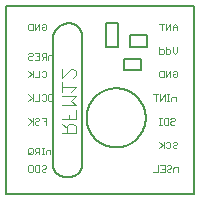
<source format=gbr>
G04 EAGLE Gerber RS-274X export*
G75*
%MOMM*%
%FSLAX34Y34*%
%LPD*%
%INSilkscreen Bottom*%
%IPPOS*%
%AMOC8*
5,1,8,0,0,1.08239X$1,22.5*%
G01*
%ADD10C,0.127000*%
%ADD11C,0.101600*%
%ADD12C,0.050800*%


D10*
X504032Y383014D02*
X664032Y383014D01*
X664032Y543014D01*
X504032Y543014D01*
X504032Y383014D01*
X544032Y409194D02*
X544035Y408924D01*
X544045Y408654D01*
X544061Y408384D01*
X544084Y408115D01*
X544114Y407846D01*
X544149Y407579D01*
X544192Y407312D01*
X544240Y407046D01*
X544295Y406782D01*
X544357Y406518D01*
X544425Y406257D01*
X544499Y405997D01*
X544579Y405739D01*
X544666Y405483D01*
X544759Y405230D01*
X544857Y404978D01*
X544962Y404729D01*
X545073Y404483D01*
X545190Y404239D01*
X545313Y403998D01*
X545441Y403761D01*
X545575Y403526D01*
X545715Y403295D01*
X545860Y403067D01*
X546011Y402843D01*
X546167Y402623D01*
X546329Y402406D01*
X546495Y402193D01*
X546667Y401985D01*
X546844Y401780D01*
X547025Y401580D01*
X547212Y401385D01*
X547403Y401194D01*
X547598Y401007D01*
X547798Y400826D01*
X548003Y400649D01*
X548211Y400477D01*
X548424Y400311D01*
X548641Y400149D01*
X548861Y399993D01*
X549085Y399842D01*
X549313Y399697D01*
X549544Y399557D01*
X549779Y399423D01*
X550016Y399295D01*
X550257Y399172D01*
X550501Y399055D01*
X550747Y398944D01*
X550996Y398839D01*
X551248Y398741D01*
X551501Y398648D01*
X551757Y398561D01*
X552015Y398481D01*
X552275Y398407D01*
X552536Y398339D01*
X552800Y398277D01*
X553064Y398222D01*
X553330Y398174D01*
X553597Y398131D01*
X553864Y398096D01*
X554133Y398066D01*
X554402Y398043D01*
X554672Y398027D01*
X554942Y398017D01*
X555212Y398014D01*
X557852Y398014D01*
X558122Y398017D01*
X558392Y398027D01*
X558662Y398043D01*
X558931Y398066D01*
X559200Y398096D01*
X559467Y398131D01*
X559734Y398174D01*
X560000Y398222D01*
X560264Y398277D01*
X560528Y398339D01*
X560789Y398407D01*
X561049Y398481D01*
X561307Y398561D01*
X561563Y398648D01*
X561816Y398741D01*
X562068Y398839D01*
X562317Y398944D01*
X562563Y399055D01*
X562807Y399172D01*
X563048Y399295D01*
X563285Y399423D01*
X563520Y399557D01*
X563751Y399697D01*
X563979Y399842D01*
X564203Y399993D01*
X564423Y400149D01*
X564640Y400311D01*
X564853Y400477D01*
X565061Y400649D01*
X565266Y400826D01*
X565466Y401007D01*
X565661Y401194D01*
X565852Y401385D01*
X566039Y401580D01*
X566220Y401780D01*
X566397Y401985D01*
X566569Y402193D01*
X566735Y402406D01*
X566897Y402623D01*
X567053Y402843D01*
X567204Y403067D01*
X567349Y403295D01*
X567489Y403526D01*
X567623Y403761D01*
X567751Y403998D01*
X567874Y404239D01*
X567991Y404483D01*
X568102Y404729D01*
X568207Y404978D01*
X568305Y405230D01*
X568398Y405483D01*
X568485Y405739D01*
X568565Y405997D01*
X568639Y406257D01*
X568707Y406518D01*
X568769Y406782D01*
X568824Y407046D01*
X568872Y407312D01*
X568915Y407579D01*
X568950Y407846D01*
X568980Y408115D01*
X569003Y408384D01*
X569019Y408654D01*
X569029Y408924D01*
X569032Y409194D01*
X569032Y516834D01*
X569029Y517104D01*
X569019Y517374D01*
X569003Y517644D01*
X568980Y517913D01*
X568950Y518182D01*
X568915Y518449D01*
X568872Y518716D01*
X568824Y518982D01*
X568769Y519246D01*
X568707Y519510D01*
X568639Y519771D01*
X568565Y520031D01*
X568485Y520289D01*
X568398Y520545D01*
X568305Y520798D01*
X568207Y521050D01*
X568102Y521299D01*
X567991Y521545D01*
X567874Y521789D01*
X567751Y522030D01*
X567623Y522267D01*
X567489Y522502D01*
X567349Y522733D01*
X567204Y522961D01*
X567053Y523185D01*
X566897Y523405D01*
X566735Y523622D01*
X566569Y523835D01*
X566397Y524043D01*
X566220Y524248D01*
X566039Y524448D01*
X565852Y524643D01*
X565661Y524834D01*
X565466Y525021D01*
X565266Y525202D01*
X565061Y525379D01*
X564853Y525551D01*
X564640Y525717D01*
X564423Y525879D01*
X564203Y526035D01*
X563979Y526186D01*
X563751Y526331D01*
X563520Y526471D01*
X563285Y526605D01*
X563048Y526733D01*
X562807Y526856D01*
X562563Y526973D01*
X562317Y527084D01*
X562068Y527189D01*
X561816Y527287D01*
X561563Y527380D01*
X561307Y527467D01*
X561049Y527547D01*
X560789Y527621D01*
X560528Y527689D01*
X560264Y527751D01*
X560000Y527806D01*
X559734Y527854D01*
X559467Y527897D01*
X559200Y527932D01*
X558931Y527962D01*
X558662Y527985D01*
X558392Y528001D01*
X558122Y528011D01*
X557852Y528014D01*
X557518Y528010D01*
X557184Y527998D01*
X556851Y527978D01*
X556518Y527949D01*
X556186Y527913D01*
X555855Y527869D01*
X555525Y527817D01*
X555197Y527757D01*
X554870Y527688D01*
X554545Y527612D01*
X554221Y527529D01*
X553900Y527437D01*
X553581Y527338D01*
X553265Y527231D01*
X552951Y527116D01*
X552641Y526994D01*
X552333Y526864D01*
X552028Y526727D01*
X551727Y526583D01*
X551430Y526431D01*
X551136Y526272D01*
X550846Y526106D01*
X550560Y525934D01*
X550278Y525754D01*
X550001Y525568D01*
X549729Y525375D01*
X549461Y525175D01*
X549198Y524969D01*
X548940Y524757D01*
X548688Y524538D01*
X548440Y524314D01*
X548199Y524084D01*
X547962Y523847D01*
X547732Y523606D01*
X547508Y523358D01*
X547289Y523106D01*
X547077Y522848D01*
X546871Y522585D01*
X546671Y522317D01*
X546478Y522045D01*
X546292Y521768D01*
X546112Y521486D01*
X545940Y521200D01*
X545774Y520910D01*
X545615Y520616D01*
X545463Y520319D01*
X545319Y520018D01*
X545182Y519713D01*
X545052Y519405D01*
X544930Y519095D01*
X544815Y518781D01*
X544708Y518465D01*
X544609Y518146D01*
X544517Y517825D01*
X544434Y517501D01*
X544358Y517176D01*
X544289Y516849D01*
X544229Y516521D01*
X544177Y516191D01*
X544133Y515860D01*
X544097Y515528D01*
X544068Y515195D01*
X544048Y514862D01*
X544036Y514528D01*
X544032Y514194D01*
X544032Y409194D01*
X624032Y508014D02*
X624032Y518014D01*
X609032Y518014D01*
X609032Y508014D01*
X624032Y508014D01*
X599032Y508014D02*
X589032Y508014D01*
X589032Y528014D01*
X599032Y528014D01*
X599032Y508014D01*
X604032Y488014D02*
X619032Y488014D01*
X604032Y488014D02*
X604032Y498014D01*
X619032Y498014D01*
X619032Y488014D01*
X572682Y448014D02*
X572690Y448628D01*
X572712Y449241D01*
X572750Y449853D01*
X572802Y450464D01*
X572870Y451074D01*
X572953Y451682D01*
X573050Y452288D01*
X573162Y452891D01*
X573289Y453492D01*
X573431Y454089D01*
X573588Y454682D01*
X573758Y455271D01*
X573944Y455856D01*
X574143Y456436D01*
X574357Y457011D01*
X574585Y457581D01*
X574827Y458145D01*
X575082Y458703D01*
X575351Y459254D01*
X575634Y459799D01*
X575930Y460336D01*
X576239Y460867D01*
X576561Y461389D01*
X576895Y461903D01*
X577242Y462409D01*
X577602Y462906D01*
X577973Y463395D01*
X578357Y463874D01*
X578752Y464343D01*
X579158Y464803D01*
X579576Y465253D01*
X580004Y465692D01*
X580443Y466120D01*
X580893Y466538D01*
X581353Y466944D01*
X581822Y467339D01*
X582301Y467723D01*
X582790Y468094D01*
X583287Y468454D01*
X583793Y468801D01*
X584307Y469135D01*
X584829Y469457D01*
X585360Y469766D01*
X585897Y470062D01*
X586442Y470345D01*
X586993Y470614D01*
X587551Y470869D01*
X588115Y471111D01*
X588685Y471339D01*
X589260Y471553D01*
X589840Y471752D01*
X590425Y471938D01*
X591014Y472108D01*
X591607Y472265D01*
X592204Y472407D01*
X592805Y472534D01*
X593408Y472646D01*
X594014Y472743D01*
X594622Y472826D01*
X595232Y472894D01*
X595843Y472946D01*
X596455Y472984D01*
X597068Y473006D01*
X597682Y473014D01*
X598296Y473006D01*
X598909Y472984D01*
X599521Y472946D01*
X600132Y472894D01*
X600742Y472826D01*
X601350Y472743D01*
X601956Y472646D01*
X602559Y472534D01*
X603160Y472407D01*
X603757Y472265D01*
X604350Y472108D01*
X604939Y471938D01*
X605524Y471752D01*
X606104Y471553D01*
X606679Y471339D01*
X607249Y471111D01*
X607813Y470869D01*
X608371Y470614D01*
X608922Y470345D01*
X609467Y470062D01*
X610004Y469766D01*
X610535Y469457D01*
X611057Y469135D01*
X611571Y468801D01*
X612077Y468454D01*
X612574Y468094D01*
X613063Y467723D01*
X613542Y467339D01*
X614011Y466944D01*
X614471Y466538D01*
X614921Y466120D01*
X615360Y465692D01*
X615788Y465253D01*
X616206Y464803D01*
X616612Y464343D01*
X617007Y463874D01*
X617391Y463395D01*
X617762Y462906D01*
X618122Y462409D01*
X618469Y461903D01*
X618803Y461389D01*
X619125Y460867D01*
X619434Y460336D01*
X619730Y459799D01*
X620013Y459254D01*
X620282Y458703D01*
X620537Y458145D01*
X620779Y457581D01*
X621007Y457011D01*
X621221Y456436D01*
X621420Y455856D01*
X621606Y455271D01*
X621776Y454682D01*
X621933Y454089D01*
X622075Y453492D01*
X622202Y452891D01*
X622314Y452288D01*
X622411Y451682D01*
X622494Y451074D01*
X622562Y450464D01*
X622614Y449853D01*
X622652Y449241D01*
X622674Y448628D01*
X622682Y448014D01*
X622674Y447400D01*
X622652Y446787D01*
X622614Y446175D01*
X622562Y445564D01*
X622494Y444954D01*
X622411Y444346D01*
X622314Y443740D01*
X622202Y443137D01*
X622075Y442536D01*
X621933Y441939D01*
X621776Y441346D01*
X621606Y440757D01*
X621420Y440172D01*
X621221Y439592D01*
X621007Y439017D01*
X620779Y438447D01*
X620537Y437883D01*
X620282Y437325D01*
X620013Y436774D01*
X619730Y436229D01*
X619434Y435692D01*
X619125Y435161D01*
X618803Y434639D01*
X618469Y434125D01*
X618122Y433619D01*
X617762Y433122D01*
X617391Y432633D01*
X617007Y432154D01*
X616612Y431685D01*
X616206Y431225D01*
X615788Y430775D01*
X615360Y430336D01*
X614921Y429908D01*
X614471Y429490D01*
X614011Y429084D01*
X613542Y428689D01*
X613063Y428305D01*
X612574Y427934D01*
X612077Y427574D01*
X611571Y427227D01*
X611057Y426893D01*
X610535Y426571D01*
X610004Y426262D01*
X609467Y425966D01*
X608922Y425683D01*
X608371Y425414D01*
X607813Y425159D01*
X607249Y424917D01*
X606679Y424689D01*
X606104Y424475D01*
X605524Y424276D01*
X604939Y424090D01*
X604350Y423920D01*
X603757Y423763D01*
X603160Y423621D01*
X602559Y423494D01*
X601956Y423382D01*
X601350Y423285D01*
X600742Y423202D01*
X600132Y423134D01*
X599521Y423082D01*
X598909Y423044D01*
X598296Y423022D01*
X597682Y423014D01*
X597068Y423022D01*
X596455Y423044D01*
X595843Y423082D01*
X595232Y423134D01*
X594622Y423202D01*
X594014Y423285D01*
X593408Y423382D01*
X592805Y423494D01*
X592204Y423621D01*
X591607Y423763D01*
X591014Y423920D01*
X590425Y424090D01*
X589840Y424276D01*
X589260Y424475D01*
X588685Y424689D01*
X588115Y424917D01*
X587551Y425159D01*
X586993Y425414D01*
X586442Y425683D01*
X585897Y425966D01*
X585360Y426262D01*
X584829Y426571D01*
X584307Y426893D01*
X583793Y427227D01*
X583287Y427574D01*
X582790Y427934D01*
X582301Y428305D01*
X581822Y428689D01*
X581353Y429084D01*
X580893Y429490D01*
X580443Y429908D01*
X580004Y430336D01*
X579576Y430775D01*
X579158Y431225D01*
X578752Y431685D01*
X578357Y432154D01*
X577973Y432633D01*
X577602Y433122D01*
X577242Y433619D01*
X576895Y434125D01*
X576561Y434639D01*
X576239Y435161D01*
X575930Y435692D01*
X575634Y436229D01*
X575351Y436774D01*
X575082Y437325D01*
X574827Y437883D01*
X574585Y438447D01*
X574357Y439017D01*
X574143Y439592D01*
X573944Y440172D01*
X573758Y440757D01*
X573588Y441346D01*
X573431Y441939D01*
X573289Y442536D01*
X573162Y443137D01*
X573050Y443740D01*
X572953Y444346D01*
X572870Y444954D01*
X572802Y445564D01*
X572750Y446175D01*
X572712Y446787D01*
X572690Y447400D01*
X572682Y448014D01*
D11*
X563534Y435052D02*
X551840Y435052D01*
X563534Y435052D02*
X563534Y440899D01*
X561585Y442848D01*
X557687Y442848D01*
X555738Y440899D01*
X555738Y435052D01*
X555738Y438950D02*
X551840Y442848D01*
X551840Y446746D02*
X563534Y446746D01*
X563534Y454542D01*
X557687Y450644D02*
X557687Y446746D01*
X551840Y458440D02*
X563534Y458440D01*
X559636Y462338D01*
X563534Y466236D01*
X551840Y466236D01*
X559636Y470134D02*
X563534Y474032D01*
X551840Y474032D01*
X551840Y470134D02*
X551840Y477930D01*
X551840Y481828D02*
X551840Y489624D01*
X551840Y481828D02*
X559636Y489624D01*
X561585Y489624D01*
X563534Y487675D01*
X563534Y483777D01*
X561585Y481828D01*
D12*
X535521Y407765D02*
X534589Y406833D01*
X535521Y407765D02*
X537386Y407765D01*
X538318Y406833D01*
X538318Y405901D01*
X537386Y404968D01*
X535521Y404968D01*
X534589Y404036D01*
X534589Y403104D01*
X535521Y402172D01*
X537386Y402172D01*
X538318Y403104D01*
X532705Y402172D02*
X532705Y407765D01*
X532705Y402172D02*
X529908Y402172D01*
X528976Y403104D01*
X528976Y406833D01*
X529908Y407765D01*
X532705Y407765D01*
X526159Y407765D02*
X524295Y407765D01*
X526159Y407765D02*
X527092Y406833D01*
X527092Y403104D01*
X526159Y402172D01*
X524295Y402172D01*
X523363Y403104D01*
X523363Y406833D01*
X524295Y407765D01*
X542060Y417172D02*
X542060Y420901D01*
X539263Y420901D01*
X538331Y419968D01*
X538331Y417172D01*
X536447Y417172D02*
X534582Y417172D01*
X535515Y417172D02*
X535515Y422765D01*
X536447Y422765D02*
X534582Y422765D01*
X532705Y422765D02*
X532705Y417172D01*
X532705Y422765D02*
X529908Y422765D01*
X528976Y421833D01*
X528976Y419968D01*
X529908Y419036D01*
X532705Y419036D01*
X530840Y419036D02*
X528976Y417172D01*
X527092Y418104D02*
X527092Y421833D01*
X526159Y422765D01*
X524295Y422765D01*
X523363Y421833D01*
X523363Y418104D01*
X524295Y417172D01*
X526159Y417172D01*
X527092Y418104D01*
X525227Y419036D02*
X523363Y417172D01*
X538318Y442172D02*
X538318Y447765D01*
X534589Y447765D01*
X536453Y444968D02*
X538318Y444968D01*
X529908Y447765D02*
X528976Y446833D01*
X529908Y447765D02*
X531773Y447765D01*
X532705Y446833D01*
X532705Y445901D01*
X531773Y444968D01*
X529908Y444968D01*
X528976Y444036D01*
X528976Y443104D01*
X529908Y442172D01*
X531773Y442172D01*
X532705Y443104D01*
X527092Y442172D02*
X527092Y447765D01*
X527092Y444036D02*
X523363Y447765D01*
X526159Y444968D02*
X523363Y442172D01*
X543931Y462172D02*
X543931Y467765D01*
X543931Y462172D02*
X541134Y462172D01*
X540202Y463104D01*
X540202Y466833D01*
X541134Y467765D01*
X543931Y467765D01*
X535521Y467765D02*
X534589Y466833D01*
X535521Y467765D02*
X537386Y467765D01*
X538318Y466833D01*
X538318Y463104D01*
X537386Y462172D01*
X535521Y462172D01*
X534589Y463104D01*
X532705Y462172D02*
X532705Y467765D01*
X532705Y462172D02*
X528976Y462172D01*
X527092Y462172D02*
X527092Y467765D01*
X527092Y464036D02*
X523363Y467765D01*
X526159Y464968D02*
X523363Y462172D01*
X534589Y486833D02*
X535521Y487765D01*
X537386Y487765D01*
X538318Y486833D01*
X538318Y483104D01*
X537386Y482172D01*
X535521Y482172D01*
X534589Y483104D01*
X532705Y482172D02*
X532705Y487765D01*
X532705Y482172D02*
X528976Y482172D01*
X527092Y482172D02*
X527092Y487765D01*
X527092Y484036D02*
X523363Y487765D01*
X526159Y484968D02*
X523363Y482172D01*
X543931Y497172D02*
X543931Y500901D01*
X541134Y500901D01*
X540202Y499968D01*
X540202Y497172D01*
X538318Y497172D02*
X538318Y502765D01*
X535521Y502765D01*
X534589Y501833D01*
X534589Y499968D01*
X535521Y499036D01*
X538318Y499036D01*
X536454Y499036D02*
X534589Y497172D01*
X532705Y502765D02*
X528976Y502765D01*
X532705Y502765D02*
X532705Y497172D01*
X528976Y497172D01*
X530840Y499968D02*
X532705Y499968D01*
X524295Y502765D02*
X523363Y501833D01*
X524295Y502765D02*
X526159Y502765D01*
X527092Y501833D01*
X527092Y500901D01*
X526159Y499968D01*
X524295Y499968D01*
X523363Y499036D01*
X523363Y498104D01*
X524295Y497172D01*
X526159Y497172D01*
X527092Y498104D01*
X534589Y526833D02*
X535521Y527765D01*
X537386Y527765D01*
X538318Y526833D01*
X538318Y523104D01*
X537386Y522172D01*
X535521Y522172D01*
X534589Y523104D01*
X534589Y524968D01*
X536453Y524968D01*
X532705Y522172D02*
X532705Y527765D01*
X528976Y522172D01*
X528976Y527765D01*
X527092Y527765D02*
X527092Y522172D01*
X524295Y522172D01*
X523363Y523104D01*
X523363Y526833D01*
X524295Y527765D01*
X527092Y527765D01*
X649881Y405901D02*
X649881Y402172D01*
X649881Y405901D02*
X647084Y405901D01*
X646152Y404968D01*
X646152Y402172D01*
X641471Y407765D02*
X640539Y406833D01*
X641471Y407765D02*
X643336Y407765D01*
X644268Y406833D01*
X644268Y405901D01*
X643336Y404968D01*
X641471Y404968D01*
X640539Y404036D01*
X640539Y403104D01*
X641471Y402172D01*
X643336Y402172D01*
X644268Y403104D01*
X638655Y407765D02*
X634926Y407765D01*
X638655Y407765D02*
X638655Y402172D01*
X634926Y402172D01*
X636790Y404968D02*
X638655Y404968D01*
X633042Y402172D02*
X633042Y407765D01*
X633042Y402172D02*
X629313Y402172D01*
X645539Y426833D02*
X646471Y427765D01*
X648336Y427765D01*
X649268Y426833D01*
X649268Y425901D01*
X648336Y424968D01*
X646471Y424968D01*
X645539Y424036D01*
X645539Y423104D01*
X646471Y422172D01*
X648336Y422172D01*
X649268Y423104D01*
X640858Y427765D02*
X639926Y426833D01*
X640858Y427765D02*
X642723Y427765D01*
X643655Y426833D01*
X643655Y423104D01*
X642723Y422172D01*
X640858Y422172D01*
X639926Y423104D01*
X638042Y422172D02*
X638042Y427765D01*
X638042Y424036D02*
X634313Y427765D01*
X637109Y424968D02*
X634313Y422172D01*
X643668Y446833D02*
X644600Y447765D01*
X646465Y447765D01*
X647397Y446833D01*
X647397Y445901D01*
X646465Y444968D01*
X644600Y444968D01*
X643668Y444036D01*
X643668Y443104D01*
X644600Y442172D01*
X646465Y442172D01*
X647397Y443104D01*
X641784Y442172D02*
X641784Y447765D01*
X641784Y442172D02*
X638987Y442172D01*
X638055Y443104D01*
X638055Y446833D01*
X638987Y447765D01*
X641784Y447765D01*
X636171Y442172D02*
X634306Y442172D01*
X635238Y442172D02*
X635238Y447765D01*
X634306Y447765D02*
X636171Y447765D01*
X648010Y462172D02*
X648010Y465901D01*
X645213Y465901D01*
X644281Y464968D01*
X644281Y462172D01*
X642397Y462172D02*
X640532Y462172D01*
X641465Y462172D02*
X641465Y467765D01*
X642397Y467765D02*
X640532Y467765D01*
X638655Y467765D02*
X638655Y462172D01*
X634926Y462172D02*
X638655Y467765D01*
X634926Y467765D02*
X634926Y462172D01*
X631177Y462172D02*
X631177Y467765D01*
X629313Y467765D02*
X633042Y467765D01*
X645539Y486833D02*
X646471Y487765D01*
X648336Y487765D01*
X649268Y486833D01*
X649268Y483104D01*
X648336Y482172D01*
X646471Y482172D01*
X645539Y483104D01*
X645539Y484968D01*
X647403Y484968D01*
X643655Y482172D02*
X643655Y487765D01*
X639926Y482172D01*
X639926Y487765D01*
X638042Y487765D02*
X638042Y482172D01*
X635245Y482172D01*
X634313Y483104D01*
X634313Y486833D01*
X635245Y487765D01*
X638042Y487765D01*
X649268Y504036D02*
X649268Y507765D01*
X649268Y504036D02*
X647403Y502172D01*
X645539Y504036D01*
X645539Y507765D01*
X639926Y507765D02*
X639926Y502172D01*
X642723Y502172D01*
X643655Y503104D01*
X643655Y504968D01*
X642723Y505901D01*
X639926Y505901D01*
X634313Y507765D02*
X634313Y502172D01*
X637109Y502172D01*
X638042Y503104D01*
X638042Y504968D01*
X637109Y505901D01*
X634313Y505901D01*
X649268Y522172D02*
X649268Y525901D01*
X647403Y527765D01*
X645539Y525901D01*
X645539Y522172D01*
X645539Y524968D02*
X649268Y524968D01*
X643655Y522172D02*
X643655Y527765D01*
X639926Y522172D01*
X639926Y527765D01*
X636177Y527765D02*
X636177Y522172D01*
X638042Y527765D02*
X634313Y527765D01*
M02*

</source>
